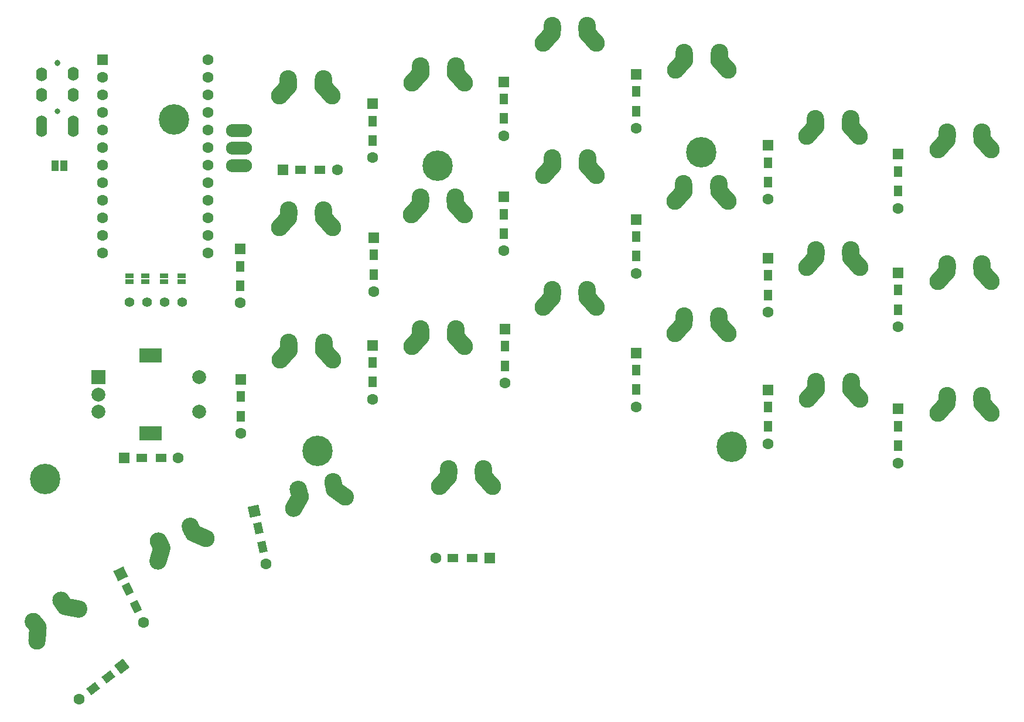
<source format=gbr>
%TF.GenerationSoftware,KiCad,Pcbnew,7.0.6*%
%TF.CreationDate,2024-02-22T22:41:17+11:00*%
%TF.ProjectId,Pteron36v0,50746572-6f6e-4333-9676-302e6b696361,rev?*%
%TF.SameCoordinates,Original*%
%TF.FileFunction,Soldermask,Top*%
%TF.FilePolarity,Negative*%
%FSLAX46Y46*%
G04 Gerber Fmt 4.6, Leading zero omitted, Abs format (unit mm)*
G04 Created by KiCad (PCBNEW 7.0.6) date 2024-02-22 22:41:17*
%MOMM*%
%LPD*%
G01*
G04 APERTURE LIST*
G04 Aperture macros list*
%AMHorizOval*
0 Thick line with rounded ends*
0 $1 width*
0 $2 $3 position (X,Y) of the first rounded end (center of the circle)*
0 $4 $5 position (X,Y) of the second rounded end (center of the circle)*
0 Add line between two ends*
20,1,$1,$2,$3,$4,$5,0*
0 Add two circle primitives to create the rounded ends*
1,1,$1,$2,$3*
1,1,$1,$4,$5*%
%AMRotRect*
0 Rectangle, with rotation*
0 The origin of the aperture is its center*
0 $1 length*
0 $2 width*
0 $3 Rotation angle, in degrees counterclockwise*
0 Add horizontal line*
21,1,$1,$2,0,0,$3*%
G04 Aperture macros list end*
%ADD10C,2.000000*%
%ADD11HorizOval,2.500000X-0.654995X0.730004X0.654995X-0.730004X0*%
%ADD12HorizOval,2.500000X-0.019999X-0.290000X0.019999X0.290000X0*%
%ADD13HorizOval,2.500000X-0.019999X0.290000X0.019999X-0.290000X0*%
%ADD14HorizOval,2.500000X0.654995X0.730004X-0.654995X-0.730004X0*%
%ADD15R,1.200000X1.600000*%
%ADD16C,1.600000*%
%ADD17R,1.600000X1.600000*%
%ADD18R,2.000000X2.000000*%
%ADD19R,3.200000X2.000000*%
%ADD20C,4.400000*%
%ADD21HorizOval,2.500000X-0.964041X0.180415X0.964041X-0.180415X0*%
%ADD22HorizOval,2.500000X-0.160675X0.242247X0.160675X-0.242247X0*%
%ADD23HorizOval,2.500000X0.075244X0.977887X-0.075244X-0.977887X0*%
%ADD24HorizOval,2.500000X-0.192407X0.217898X0.192407X-0.217898X0*%
%ADD25HorizOval,2.500000X-0.797471X0.570933X0.797471X-0.570933X0*%
%ADD26HorizOval,2.500000X-0.043243X0.287455X0.043243X-0.287455X0*%
%ADD27HorizOval,2.500000X0.481468X0.854467X-0.481468X-0.854467X0*%
%ADD28HorizOval,2.500000X-0.082293X0.278797X0.082293X-0.278797X0*%
%ADD29R,1.600000X1.200000*%
%ADD30HorizOval,2.500000X-0.104434X0.271281X0.104434X-0.271281X0*%
%ADD31HorizOval,2.500000X-0.902141X0.384796X0.902141X-0.384796X0*%
%ADD32HorizOval,2.500000X0.285114X0.938422X-0.285114X-0.938422X0*%
%ADD33HorizOval,2.500000X-0.140685X0.254377X0.140685X-0.254377X0*%
%ADD34C,0.800000*%
%ADD35O,1.600000X2.000000*%
%ADD36R,1.270000X0.635000*%
%ADD37C,1.397000*%
%ADD38O,3.759200X1.879600*%
%ADD39R,1.000000X1.500000*%
%ADD40RotRect,1.600000X1.200000X37.500000*%
%ADD41RotRect,1.600000X1.600000X37.500000*%
%ADD42RotRect,1.600000X1.200000X115.000000*%
%ADD43RotRect,1.600000X1.600000X115.000000*%
%ADD44RotRect,1.600000X1.200000X102.500000*%
%ADD45RotRect,1.600000X1.600000X102.500000*%
G04 APERTURE END LIST*
D10*
%TO.C,SW25*%
X178196513Y-120410813D03*
X179466513Y-122950813D03*
X178156513Y-120990813D03*
D11*
X178811513Y-122220813D03*
D12*
X178176513Y-120700813D03*
D10*
X178156513Y-121490813D03*
X171846513Y-122950813D03*
D13*
X173136513Y-120700813D03*
D14*
X172501513Y-122220813D03*
D10*
X173156513Y-120990813D03*
X173156513Y-121490813D03*
X173116513Y-120410813D03*
%TD*%
D11*
%TO.C,SW7*%
X231844902Y-71591632D03*
D12*
X231209902Y-70071632D03*
D10*
X231229902Y-69781632D03*
X231189902Y-70861632D03*
X231189902Y-70361632D03*
X232499902Y-72321632D03*
D13*
X226169902Y-70071632D03*
D14*
X225534902Y-71591632D03*
D10*
X226149902Y-69781632D03*
X226189902Y-70861632D03*
X226189902Y-70361632D03*
X224879902Y-72321632D03*
%TD*%
%TO.C,SW3*%
X245189902Y-110961632D03*
X245189902Y-110461632D03*
D13*
X245169902Y-110171632D03*
D10*
X245149902Y-109881632D03*
D14*
X244534902Y-111691632D03*
D10*
X243879902Y-112421632D03*
X251499902Y-112421632D03*
D11*
X250844902Y-111691632D03*
D10*
X250229902Y-109881632D03*
D12*
X250209902Y-110171632D03*
D10*
X250189902Y-110961632D03*
X250189902Y-110461632D03*
%TD*%
%TO.C,SW2*%
X245189902Y-91911632D03*
X245189902Y-91411632D03*
D13*
X245169902Y-91121632D03*
D10*
X245149902Y-90831632D03*
D14*
X244534902Y-92641632D03*
D10*
X243879902Y-93371632D03*
X251499902Y-93371632D03*
D11*
X250844902Y-92641632D03*
D10*
X250229902Y-90831632D03*
D12*
X250209902Y-91121632D03*
D10*
X250189902Y-91911632D03*
X250189902Y-91411632D03*
%TD*%
%TO.C,SW1*%
X245189902Y-72861632D03*
X245189902Y-72361632D03*
D13*
X245169902Y-72071632D03*
D10*
X245149902Y-71781632D03*
D14*
X244534902Y-73591632D03*
D10*
X243879902Y-74321632D03*
X251499902Y-74321632D03*
D11*
X250844902Y-73591632D03*
D10*
X250229902Y-71781632D03*
D12*
X250209902Y-72071632D03*
D10*
X250189902Y-72861632D03*
X250189902Y-72361632D03*
%TD*%
D15*
%TO.C,D3*%
X238125000Y-114300000D03*
X238125000Y-117100000D03*
D16*
X238125000Y-119600000D03*
D17*
X238125000Y-111800000D03*
%TD*%
D15*
%TO.C,D2*%
X238125000Y-94615000D03*
X238125000Y-97415000D03*
D16*
X238125000Y-99915000D03*
D17*
X238125000Y-92115000D03*
%TD*%
D15*
%TO.C,D1*%
X238125000Y-77470000D03*
X238125000Y-80270000D03*
D16*
X238125000Y-82770000D03*
D17*
X238125000Y-74970000D03*
%TD*%
D18*
%TO.C,RE1*%
X122550000Y-107200000D03*
D10*
X122550000Y-112200000D03*
X122550000Y-109700000D03*
D19*
X130050000Y-115300000D03*
X130050000Y-104100000D03*
D10*
X137050000Y-112200000D03*
X137050000Y-107200000D03*
%TD*%
D20*
%TO.C,H2*%
X209675193Y-74672944D03*
%TD*%
%TO.C,H4*%
X133407968Y-69973943D03*
%TD*%
%TO.C,H5*%
X171577783Y-76654143D03*
%TD*%
%TO.C,H6*%
X214000000Y-117300000D03*
%TD*%
%TO.C,H1*%
X114808000Y-121920000D03*
%TD*%
%TO.C,H3*%
X154178000Y-117856000D03*
%TD*%
D10*
%TO.C,SW20*%
X117415180Y-139930998D03*
D21*
X118683603Y-140508084D03*
D10*
X119647645Y-140688493D03*
X117719561Y-140327675D03*
D22*
X117254506Y-139688751D03*
D10*
X117093832Y-139446503D03*
X113752794Y-143371482D03*
X113602293Y-145327256D03*
D23*
X113677543Y-144349369D03*
D10*
X113063597Y-142539011D03*
X113448413Y-142974806D03*
D24*
X113256005Y-142756908D03*
%TD*%
D17*
%TO.C,U1*%
X123120968Y-61299844D03*
D16*
X123120968Y-63839844D03*
X123120968Y-66379844D03*
X123120968Y-68919844D03*
X123120968Y-71459844D03*
X123120968Y-73999844D03*
X123120968Y-76539844D03*
X123120968Y-79079844D03*
X123120968Y-81619844D03*
X123120968Y-84159844D03*
X123120968Y-86699844D03*
X123120968Y-89239844D03*
X138360968Y-89239844D03*
X138360968Y-86699844D03*
X138360968Y-84159844D03*
X138360968Y-81619844D03*
X138360968Y-79079844D03*
X138360968Y-76539844D03*
X138360968Y-73999844D03*
X138360968Y-71459844D03*
X138360968Y-68919844D03*
X138360968Y-66379844D03*
X138360968Y-63839844D03*
X138360968Y-61299844D03*
%TD*%
D10*
%TO.C,SW27*%
X155074645Y-83054727D03*
D11*
X155689645Y-84864727D03*
D10*
X155034645Y-83634727D03*
D12*
X155054645Y-83344727D03*
D10*
X155034645Y-84134727D03*
X156344645Y-85594727D03*
X148724645Y-85594727D03*
X149994645Y-83054727D03*
D13*
X150014645Y-83344727D03*
D10*
X150034645Y-84134727D03*
D14*
X149379645Y-84864727D03*
D10*
X150034645Y-83634727D03*
%TD*%
D12*
%TO.C,SW19*%
X193134760Y-94810009D03*
D11*
X193769760Y-96330009D03*
D10*
X193114760Y-95100009D03*
X193154760Y-94520009D03*
X193114760Y-95600009D03*
X194424760Y-97060009D03*
X188114760Y-95100009D03*
X186804760Y-97060009D03*
X188114760Y-95600009D03*
D14*
X187459760Y-96330009D03*
D10*
X188074760Y-94520009D03*
D13*
X188094760Y-94810009D03*
%TD*%
D10*
%TO.C,SW26*%
X155031001Y-64019832D03*
X154991001Y-65099832D03*
D12*
X155011001Y-64309832D03*
D10*
X154991001Y-64599832D03*
D11*
X155646001Y-65829832D03*
D10*
X156301001Y-66559832D03*
X149991001Y-65099832D03*
X149951001Y-64019832D03*
D14*
X149336001Y-65829832D03*
D10*
X148681001Y-66559832D03*
D13*
X149971001Y-64309832D03*
D10*
X149991001Y-64599832D03*
%TD*%
%TO.C,SW23*%
X174077782Y-81749207D03*
X175387782Y-83709207D03*
D12*
X174097782Y-81459207D03*
D11*
X174732782Y-82979207D03*
D10*
X174077782Y-82249207D03*
X174117782Y-81169207D03*
X169077782Y-81749207D03*
X169077782Y-82249207D03*
X167767782Y-83709207D03*
D14*
X168422782Y-82979207D03*
D13*
X169057782Y-81459207D03*
D10*
X169037782Y-81169207D03*
%TD*%
%TO.C,SW28*%
X156364023Y-104720179D03*
X155054023Y-102760179D03*
D12*
X155074023Y-102470179D03*
D10*
X155054023Y-103260179D03*
X155094023Y-102180179D03*
D11*
X155709023Y-103990179D03*
D10*
X150014023Y-102180179D03*
X150054023Y-103260179D03*
D14*
X149399023Y-103990179D03*
D10*
X148744023Y-104720179D03*
X150054023Y-102760179D03*
D13*
X150034023Y-102470179D03*
%TD*%
D12*
%TO.C,SW22*%
X174144694Y-62448582D03*
D11*
X174779694Y-63968582D03*
D10*
X175434694Y-64698582D03*
X174124694Y-62738582D03*
X174124694Y-63238582D03*
X174164694Y-62158582D03*
X169124694Y-63238582D03*
X169084694Y-62158582D03*
D14*
X168469694Y-63968582D03*
D10*
X167814694Y-64698582D03*
X169124694Y-62738582D03*
D13*
X169104694Y-62448582D03*
%TD*%
D10*
%TO.C,SW24*%
X174121427Y-100784103D03*
X174161427Y-100204103D03*
X174121427Y-101284103D03*
D12*
X174141427Y-100494103D03*
D10*
X175431427Y-102744103D03*
D11*
X174776427Y-102014103D03*
D10*
X167811427Y-102744103D03*
X169121427Y-101284103D03*
D14*
X168466427Y-102014103D03*
D10*
X169081427Y-100204103D03*
D13*
X169101427Y-100494103D03*
D10*
X169121427Y-100784103D03*
%TD*%
%TO.C,SW12*%
X212202729Y-60809418D03*
D12*
X212222729Y-60519418D03*
D10*
X213512729Y-62769418D03*
D11*
X212857729Y-62039418D03*
D10*
X212202729Y-61309418D03*
X212242729Y-60229418D03*
X207202729Y-60809418D03*
X207202729Y-61309418D03*
X207162729Y-60229418D03*
D13*
X207182729Y-60519418D03*
D10*
X205892729Y-62769418D03*
D14*
X206547729Y-62039418D03*
%TD*%
D10*
%TO.C,SW10*%
X156472160Y-122879303D03*
X156580380Y-123367451D03*
X156385677Y-122304394D03*
D25*
X157377854Y-123938379D03*
D26*
X156428918Y-122591848D03*
D10*
X158175329Y-124509307D03*
D27*
X151217427Y-125304113D03*
D10*
X151590680Y-123961501D03*
X151698900Y-124449649D03*
D28*
X151508386Y-123682704D03*
D10*
X151426093Y-123403907D03*
X150735954Y-126158577D03*
%TD*%
%TO.C,SW9*%
X231317191Y-107851435D03*
X232587191Y-110391435D03*
X231277191Y-108431435D03*
D11*
X231932191Y-109661435D03*
D10*
X231277191Y-108931435D03*
D12*
X231297191Y-108141435D03*
D10*
X226277191Y-108431435D03*
D13*
X226257191Y-108141435D03*
D10*
X226237191Y-107851435D03*
X224967191Y-110391435D03*
D14*
X225622191Y-109661435D03*
D10*
X226277191Y-108931435D03*
%TD*%
D11*
%TO.C,SW8*%
X231888550Y-90626534D03*
D10*
X231233550Y-89896534D03*
X232543550Y-91356534D03*
X231233550Y-89396534D03*
D12*
X231253550Y-89106534D03*
D10*
X231273550Y-88816534D03*
X224923550Y-91356534D03*
D14*
X225578550Y-90626534D03*
D13*
X226213550Y-89106534D03*
D10*
X226193550Y-88816534D03*
X226233550Y-89896534D03*
X226233550Y-89396534D03*
%TD*%
D17*
%TO.C,D22*%
X162114161Y-67681297D03*
D15*
X162114161Y-70181297D03*
D16*
X162114161Y-75481297D03*
D15*
X162114161Y-72981297D03*
%TD*%
%TO.C,D19*%
X181289170Y-102741131D03*
D17*
X181289170Y-100241131D03*
D15*
X181289170Y-105541131D03*
D16*
X181289170Y-108041131D03*
%TD*%
D29*
%TO.C,D26*%
X151718369Y-77212943D03*
D17*
X149218369Y-77212943D03*
D29*
X154518369Y-77212943D03*
D16*
X157018369Y-77212943D03*
%TD*%
D17*
%TO.C,D28*%
X143092015Y-107521782D03*
D15*
X143092015Y-110021782D03*
D16*
X143092015Y-115321782D03*
D15*
X143092015Y-112821782D03*
%TD*%
%TO.C,D27*%
X142999847Y-91168004D03*
D17*
X142999847Y-88668004D03*
D15*
X142999847Y-93968004D03*
D16*
X142999847Y-96468004D03*
%TD*%
D17*
%TO.C,D14*%
X200213177Y-103707103D03*
D15*
X200213177Y-106207103D03*
D16*
X200213177Y-111507103D03*
D15*
X200213177Y-109007103D03*
%TD*%
D17*
%TO.C,D24*%
X162104377Y-102608300D03*
D15*
X162104377Y-105108300D03*
X162104377Y-107908300D03*
D16*
X162104377Y-110408300D03*
%TD*%
D15*
%TO.C,D9*%
X219320188Y-111531435D03*
D17*
X219320188Y-109031435D03*
D16*
X219320188Y-116831435D03*
D15*
X219320188Y-114331435D03*
%TD*%
D12*
%TO.C,SW17*%
X193162292Y-56673929D03*
D11*
X193797292Y-58193929D03*
D10*
X193182292Y-56383929D03*
X193142292Y-56963929D03*
X193142292Y-57463929D03*
X194452292Y-58923929D03*
X188102292Y-56383929D03*
D13*
X188122292Y-56673929D03*
D14*
X187487292Y-58193929D03*
D10*
X188142292Y-57463929D03*
X186832292Y-58923929D03*
X188142292Y-56963929D03*
%TD*%
D15*
%TO.C,D13*%
X200242334Y-86900540D03*
D17*
X200242334Y-84400540D03*
D15*
X200242334Y-89700540D03*
D16*
X200242334Y-92200540D03*
%TD*%
D10*
%TO.C,SW15*%
X138034191Y-130557476D03*
X136018596Y-129334742D03*
D30*
X135914163Y-129063461D03*
D10*
X135809730Y-128792179D03*
D31*
X137132048Y-130172686D03*
D10*
X136229905Y-129787896D03*
X131487057Y-131447834D03*
D32*
X131413246Y-132839407D03*
D10*
X131698366Y-131900988D03*
D33*
X131346372Y-131193457D03*
D10*
X131128126Y-133777827D03*
X131205686Y-130939080D03*
%TD*%
D11*
%TO.C,SW14*%
X212830192Y-100175490D03*
D12*
X212195192Y-98655490D03*
D10*
X212215192Y-98365490D03*
X212175192Y-98945490D03*
X212175192Y-99445490D03*
X213485192Y-100905490D03*
D14*
X206520192Y-100175490D03*
D10*
X207135192Y-98365490D03*
X207175192Y-99445490D03*
X207175192Y-98945490D03*
X205865192Y-100905490D03*
D13*
X207155192Y-98655490D03*
%TD*%
D15*
%TO.C,D17*%
X181083769Y-66999142D03*
D17*
X181083769Y-64499142D03*
D16*
X181083769Y-72299142D03*
D15*
X181083769Y-69799142D03*
%TD*%
D17*
%TO.C,D8*%
X219320189Y-89996535D03*
D15*
X219320189Y-92496535D03*
X219320189Y-95296535D03*
D16*
X219320189Y-97796535D03*
%TD*%
D10*
%TO.C,SW18*%
X194471675Y-78049380D03*
X193161675Y-76089380D03*
X193201675Y-75509380D03*
D12*
X193181675Y-75799380D03*
D11*
X193816675Y-77319380D03*
D10*
X193161675Y-76589380D03*
X188161675Y-76089380D03*
X186851675Y-78049380D03*
X188161675Y-76589380D03*
D14*
X187506675Y-77319380D03*
D10*
X188121675Y-75509380D03*
D13*
X188141675Y-75799380D03*
%TD*%
D17*
%TO.C,D23*%
X162266117Y-87036384D03*
D15*
X162266117Y-89536384D03*
D16*
X162266117Y-94836384D03*
D15*
X162266117Y-92336384D03*
%TD*%
%TO.C,D18*%
X181083770Y-83636143D03*
D17*
X181083770Y-81136143D03*
D16*
X181083770Y-88936143D03*
D15*
X181083770Y-86436143D03*
%TD*%
%TO.C,D12*%
X200242333Y-65910000D03*
D17*
X200242333Y-63410000D03*
D16*
X200242333Y-71210000D03*
D15*
X200242333Y-68710000D03*
%TD*%
%TO.C,D7*%
X219320190Y-76192116D03*
D17*
X219320190Y-73692116D03*
D15*
X219320190Y-78992116D03*
D16*
X219320190Y-81492116D03*
%TD*%
D34*
%TO.C,J1*%
X116567769Y-68744144D03*
X116567769Y-61744144D03*
D35*
X114267769Y-71444144D03*
X118867769Y-70344144D03*
X118867769Y-66344144D03*
X118867769Y-63344144D03*
%TD*%
D36*
%TO.C,JP1*%
X134500169Y-92511363D03*
X134500169Y-93410523D03*
%TD*%
%TO.C,JP2*%
X131960168Y-92511364D03*
X131960168Y-93410524D03*
%TD*%
%TO.C,JP3*%
X129293169Y-92511364D03*
X129293169Y-93410524D03*
%TD*%
%TO.C,JP4*%
X127007168Y-92511364D03*
X127007168Y-93410524D03*
%TD*%
D37*
%TO.C,J3*%
X134601768Y-96339143D03*
X132061768Y-96339143D03*
X129521768Y-96339143D03*
X126981768Y-96339143D03*
%TD*%
D38*
%TO.C,PWM_PAD2*%
X142856770Y-71574144D03*
X142856770Y-74114144D03*
X142856770Y-76654144D03*
%TD*%
D17*
%TO.C,D_RE1*%
X126269999Y-118884001D03*
D29*
X128769999Y-118884001D03*
D16*
X134069999Y-118884001D03*
D29*
X131569999Y-118884001D03*
%TD*%
D10*
%TO.C,SW13*%
X212155820Y-79820046D03*
X212155820Y-80320046D03*
X213465820Y-81780046D03*
D12*
X212175820Y-79530046D03*
D10*
X212195820Y-79240046D03*
D11*
X212810820Y-81050046D03*
D10*
X207115820Y-79240046D03*
D13*
X207135820Y-79530046D03*
D10*
X205845820Y-81780046D03*
X207155820Y-79820046D03*
D14*
X206500820Y-81050046D03*
D10*
X207155820Y-80320046D03*
%TD*%
D17*
%TO.C,D25*%
X179048514Y-133364814D03*
D29*
X176548514Y-133364814D03*
X173748514Y-133364814D03*
D16*
X171248514Y-133364814D03*
%TD*%
D39*
%TO.C,JP10*%
X116250000Y-76600000D03*
X117550000Y-76600000D03*
%TD*%
D40*
%TO.C,D20*%
X123935209Y-150546547D03*
D41*
X125918592Y-149024643D03*
D40*
X121713819Y-152251079D03*
D16*
X119730436Y-153772983D03*
%TD*%
D42*
%TO.C,D15*%
X126771101Y-137869312D03*
D43*
X125714556Y-135603543D03*
D16*
X129010978Y-142672743D03*
D42*
X127954433Y-140406974D03*
%TD*%
D44*
%TO.C,D10*%
X145601754Y-129008327D03*
D45*
X145060655Y-126567587D03*
D44*
X146207784Y-131741955D03*
D16*
X146748883Y-134182695D03*
%TD*%
D34*
%TO.C,J2*%
X116567769Y-61780142D03*
X116567769Y-68780142D03*
D35*
X118867769Y-71480142D03*
X114267769Y-70380142D03*
X114267769Y-66380142D03*
X114267769Y-63380142D03*
%TD*%
M02*

</source>
